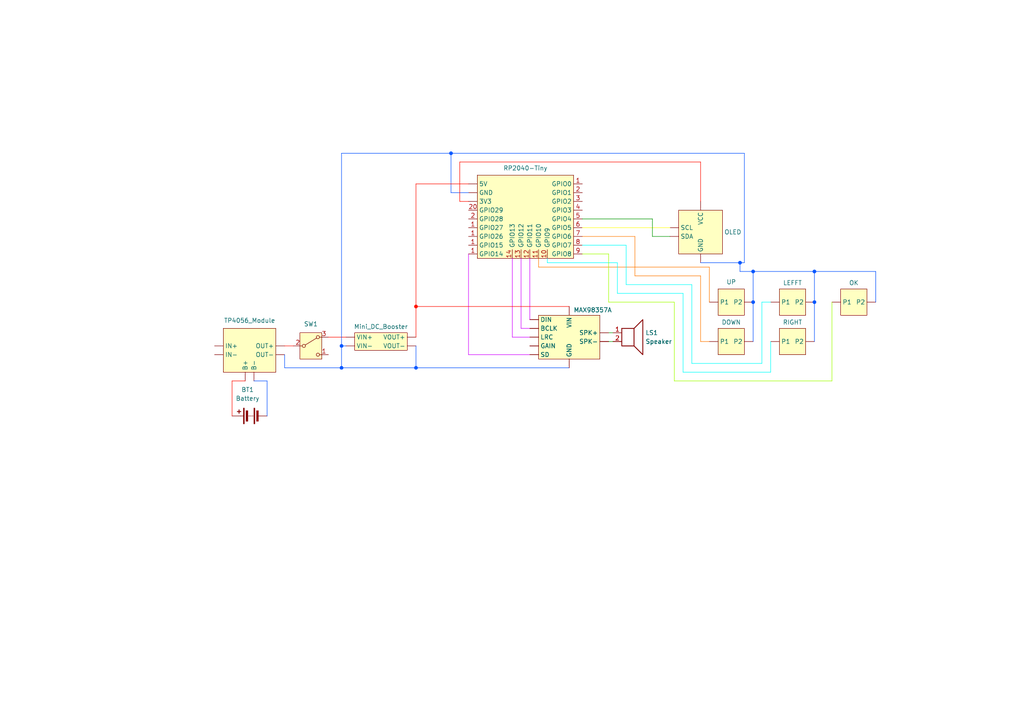
<source format=kicad_sch>
(kicad_sch (version 20250114) (generator "eeschema") (generator_version "9.0")
  (paper "A4")
  (lib_symbols
    (symbol "Button_1"
      (property "Reference" "B" (at 0 4.826 0))
      (symbol "Button_1_1_1"
        (rectangle (start -3.81 3.81) (end 3.81 -3.81) (fill (type background)))
        (pin bidirectional line (at -6.35 0 0) (length 2.54) (name "P1") (number ""))
        (pin bidirectional line (at 6.35 0 180) (length 2.54) (name "P2") (number ""))
      )
    )
    (symbol "Button_2"
      (property "Reference" "B" (at 0 4.826 0))
      (symbol "Button_2_1_1"
        (rectangle (start -3.81 3.81) (end 3.81 -3.81) (fill (type background)))
        (pin bidirectional line (at -6.35 0 0) (length 2.54) (name "P1") (number ""))
        (pin bidirectional line (at 6.35 0 180) (length 2.54) (name "P2") (number ""))
      )
    )
    (symbol "Button_3"
      (property "Reference" "B" (at 0 4.826 0))
      (symbol "Button_3_1_1"
        (rectangle (start -3.81 3.81) (end 3.81 -3.81) (fill (type background)))
        (pin bidirectional line (at -6.35 0 0) (length 2.54) (name "P1") (number ""))
        (pin bidirectional line (at 6.35 0 180) (length 2.54) (name "P2") (number ""))
      )
    )
    (symbol "Button_4"
      (property "Reference" "B" (at 0 4.826 0))
      (symbol "Button_4_1_1"
        (rectangle (start -3.81 3.81) (end 3.81 -3.81) (fill (type background)))
        (pin bidirectional line (at -6.35 0 0) (length 2.54) (name "P1") (number ""))
        (pin bidirectional line (at 6.35 0 180) (length 2.54) (name "P2") (number ""))
      )
    )
    (symbol "Device:Battery" (pin_numbers (hide yes)) (pin_names (offset 0) (hide yes))
      (property "Reference" "BT" (at 2.54 2.54 0))
      (property "Value" "Battery" (at 2.54 0 0))
      (symbol "Battery_0_1"
        (rectangle (start -2.286 1.778) (end 2.286 1.524) (fill (type outline)))
        (rectangle (start -2.286 -1.27) (end 2.286 -1.524) (fill (type outline)))
        (rectangle (start -1.524 1.016) (end 1.524 0.508) (fill (type outline)))
        (rectangle (start -1.524 -2.032) (end 1.524 -2.54) (fill (type outline)))
        (polyline (pts (xy 0 1.778) (xy 0 2.54)))
        (polyline (pts (xy 0 0) (xy 0 0.254)))
        (polyline (pts (xy 0 -0.508) (xy 0 -0.254)))
        (polyline (pts (xy 0 -1.016) (xy 0 -0.762)))
        (polyline (pts (xy 0.762 3.048) (xy 1.778 3.048)) (stroke (width 0.254)))
        (polyline (pts (xy 1.27 3.556) (xy 1.27 2.54)) (stroke (width 0.254)))
      )
      (symbol "Battery_1_1"
        (pin passive line (at 0 5.08 270) (length 2.54) (name "+") (number "1"))
        (pin passive line (at 0 -5.08 90) (length 2.54) (name "-") (number "2"))
      )
    )
    (symbol "Device:Speaker" (pin_names (offset 0) (hide yes))
      (property "Reference" "LS" (at 1.27 5.715 0))
      (property "Value" "Speaker" (at 1.27 3.81 0))
      (symbol "Speaker_0_0"
        (rectangle (start -2.54 1.27) (end 1.016 -3.81) (stroke (width 0.254)))
        (polyline (pts (xy 1.016 1.27) (xy 3.556 3.81) (xy 3.556 -6.35) (xy 1.016 -3.81)) (stroke (width 0.254)))
      )
      (symbol "Speaker_1_1"
        (pin input line (at -5.08 0 0) (length 2.54) (name "1") (number "1"))
        (pin input line (at -5.08 -2.54 0) (length 2.54) (name "2") (number "2"))
      )
    )
    (symbol "RP2040-Tiny:RP2040-Tiny"
      (property "Reference" "RP2040-Tiny" (at 14.732 1.016 0))
      (symbol "RP2040-Tiny_1_1"
        (rectangle (start 0 0) (end 27.94 -24.13) (fill (type background)))
        (pin bidirectional line (at -2.54 -2.54 0) (length 2.54) (name "5V") (number ""))
        (pin bidirectional line (at -2.54 -5.08 0) (length 2.54) (name "GND") (number ""))
        (pin bidirectional line (at -2.54 -7.62 0) (length 2.54) (name "3V3") (number ""))
        (pin bidirectional line (at -2.54 -10.16 0) (length 2.54) (name "GPIO29") (number "20"))
        (pin bidirectional line (at -2.54 -12.7 0) (length 2.54) (name "GPIO28") (number "2"))
        (pin bidirectional line (at -2.54 -15.24 0) (length 2.54) (name "GPIO27") (number "1"))
        (pin bidirectional line (at -2.54 -17.78 0) (length 2.54) (name "GPIO26") (number "1"))
        (pin bidirectional line (at -2.54 -20.32 0) (length 2.54) (name "GPIO15") (number "1"))
        (pin bidirectional line (at -2.54 -22.86 0) (length 2.54) (name "GPIO14") (number "1"))
        (pin bidirectional line (at 10.16 -24.13 90) (length 2.54) (name "GPIO13") (number "14"))
        (pin bidirectional line (at 12.7 -24.13 90) (length 2.54) (name "GPIO12") (number "13"))
        (pin bidirectional line (at 15.24 -24.13 90) (length 2.54) (name "GPIO11") (number "12"))
        (pin bidirectional line (at 17.78 -24.13 90) (length 2.54) (name "GPIO10") (number "11"))
        (pin bidirectional line (at 20.32 -24.13 90) (length 2.54) (name "GPIO9") (number "10"))
        (pin bidirectional line (at 30.48 -2.54 180) (length 2.54) (name "GPIO0") (number "1"))
        (pin bidirectional line (at 30.48 -5.08 180) (length 2.54) (name "GPIO1") (number "2"))
        (pin bidirectional line (at 30.48 -7.62 180) (length 2.54) (name "GPIO2") (number "3"))
        (pin bidirectional line (at 30.48 -10.16 180) (length 2.54) (name "GPIO3") (number "4"))
        (pin bidirectional line (at 30.48 -12.7 180) (length 2.54) (name "GPIO4") (number "5"))
        (pin bidirectional line (at 30.48 -15.24 180) (length 2.54) (name "GPIO5") (number "6"))
        (pin bidirectional line (at 30.48 -17.78 180) (length 2.54) (name "GPIO6") (number "7"))
        (pin bidirectional line (at 30.48 -20.32 180) (length 2.54) (name "GPIO7") (number "8"))
        (pin bidirectional line (at 30.48 -22.86 180) (length 2.54) (name "GPIO8") (number "9"))
      )
    )
    (symbol "Small_car_library:Button"
      (property "Reference" "B" (at 0 4.826 0))
      (symbol "Button_1_1"
        (rectangle (start -3.81 3.81) (end 3.81 -3.81) (fill (type background)))
        (pin bidirectional line (at -6.35 0 0) (length 2.54) (name "P1") (number ""))
        (pin bidirectional line (at 6.35 0 180) (length 2.54) (name "P2") (number ""))
      )
    )
    (symbol "Small_car_library:MAX98357A"
      (property "Reference" "MAX98357A" (at 6.35 7.62 0))
      (symbol "MAX98357A_1_1"
        (rectangle (start -8.89 6.35) (end 8.89 -6.35) (fill (type background)))
        (pin input line (at -11.43 5.08 0) (length 2.54) (name "DIN") (number ""))
        (pin input line (at -11.43 2.54 0) (length 2.54) (name "BCLK") (number ""))
        (pin input line (at -11.43 0 0) (length 2.54) (name "LRC") (number ""))
        (pin input line (at -11.43 -2.54 0) (length 2.54) (name "GAIN") (number ""))
        (pin input line (at -11.43 -5.08 0) (length 2.54) (name "SD") (number ""))
        (pin input line (at 0 8.89 270) (length 2.54) (name "VIN") (number ""))
        (pin input line (at 0 -8.89 90) (length 2.54) (name "GND") (number ""))
        (pin output line (at 11.43 1.27 180) (length 2.54) (name "SPK+") (number ""))
        (pin output line (at 11.43 -1.27 180) (length 2.54) (name "SPK-") (number ""))
      )
    )
    (symbol "Small_car_library:Mini_DC_Booster"
      (property "Reference" "Mini_DC_Booster" (at 0 -3.81 0))
      (symbol "Mini_DC_Booster_1_1"
        (rectangle (start -7.62 2.54) (end 7.62 -2.54) (fill (type background)))
        (pin input line (at -10.16 1.27 0) (length 2.54) (name "VIN+") (number ""))
        (pin input line (at -10.16 -1.27 0) (length 2.54) (name "VIN-") (number ""))
        (pin output line (at 10.16 1.27 180) (length 2.54) (name "VOUT+") (number ""))
        (pin output line (at 10.16 -1.27 180) (length 2.54) (name "VOUT-") (number ""))
      )
    )
    (symbol "Small_car_library:OLED_I2C"
      (property "Reference" "OLED" (at 8.89 0 0))
      (symbol "OLED_I2C_1_1"
        (rectangle (start -6.35 6.35) (end 6.35 -6.35) (fill (type background)))
        (pin input line (at -8.89 1.27 0) (length 2.54) (name "SCL") (number ""))
        (pin bidirectional line (at -8.89 -1.27 0) (length 2.54) (name "SDA") (number ""))
        (pin input line (at 0 8.89 270) (length 2.54) (name "VCC") (number ""))
        (pin input line (at 0 -8.89 90) (length 2.54) (name "GND") (number ""))
      )
    )
    (symbol "Small_car_library:TP4056_Module"
      (property "Reference" "TP4056_Module" (at -0.508 7.366 0))
      (symbol "TP4056_Module_1_1"
        (rectangle (start -7.62 6.35) (end 7.62 -6.35) (fill (type background)))
        (pin input line (at -10.16 1.27 0) (length 2.54) (name "IN+") (number ""))
        (pin input line (at -10.16 -1.27 0) (length 2.54) (name "IN-") (number ""))
        (pin input line (at -1.27 -8.89 90) (length 2.54) (name "B+") (number ""))
        (pin input line (at 1.27 -8.89 90) (length 2.54) (name "B-") (number ""))
        (pin input line (at 10.16 1.27 180) (length 2.54) (name "OUT+") (number ""))
        (pin input line (at 10.16 -1.27 180) (length 2.54) (name "OUT-") (number ""))
      )
    )
    (symbol "Switch:SW_Nidec_CAS-120A1" (pin_names (offset 1) (hide yes))
      (property "Reference" "SW" (at 0 4.318 0))
      (property "Value" "SW_Nidec_CAS-120A1" (at 0 -5.08 0))
      (symbol "SW_Nidec_CAS-120A1_0_1"
        (circle (center -2.032 0) (radius 0.4572))
        (polyline (pts (xy -1.651 0.254) (xy 1.651 2.286)))
        (circle (center 2.032 2.54) (radius 0.4572))
        (circle (center 2.032 -2.54) (radius 0.4572))
      )
      (symbol "SW_Nidec_CAS-120A1_1_1"
        (rectangle (start -3.175 3.81) (end 3.175 -3.81) (fill (type background)))
        (pin passive line (at -5.08 0 0) (length 2.54) (name "B") (number "2"))
        (pin passive line (at 5.08 2.54 180) (length 2.54) (name "A") (number "3"))
        (pin passive line (at 5.08 -2.54 180) (length 2.54) (name "C") (number "1"))
      )
    )
  )
  (junction (at 130.81 44.45) (color 3 80 255 1))
  (junction (at 236.22 87.63) (color 3 80 255 1))
  (junction (at 99.06 106.68) (color 3 80 255 1))
  (junction (at 236.22 78.74) (color 3 80 255 1))
  (junction (at 218.44 78.74) (color 3 80 255 1))
  (junction (at 99.06 100.33) (color 3 80 255 1))
  (junction (at 218.44 87.63) (color 3 80 255 1))
  (junction (at 120.65 106.68) (color 3 80 255 1))
  (junction (at 214.63 76.2) (color 3 80 255 1))
  (junction (at 120.65 88.9) (color 255 13 0 1))
  (wire (pts (xy 254 87.63) (xy 254 78.74)) (stroke (width 0) (color 3 80 255 1)))
  (wire (pts (xy 189.23 68.58) (xy 194.31 68.58)))
  (wire (pts (xy 133.35 58.42) (xy 133.35 46.99)) (stroke (width 0) (color 255 13 0 1)))
  (wire (pts (xy 135.89 102.87) (xy 135.89 73.66)) (stroke (width 0) (color 208 3 255 1)))
  (wire (pts (xy 236.22 78.74) (xy 254 78.74)) (stroke (width 0) (color 3 80 255 1)))
  (wire (pts (xy 120.65 106.68) (xy 120.65 100.33)) (stroke (width 0) (color 3 80 255 1)))
  (wire (pts (xy 195.58 110.49) (xy 195.58 87.63)) (stroke (width 0) (color 160 255 0 1)))
  (wire (pts (xy 99.06 100.33) (xy 100.33 100.33)) (stroke (width 0) (color 3 80 255 1)))
  (wire (pts (xy 151.13 74.93) (xy 151.13 95.25)) (stroke (width 0) (color 208 3 255 1)))
  (wire (pts (xy 223.52 99.06) (xy 223.52 107.95)) (stroke (width 0) (color 0 255 251 1)))
  (wire (pts (xy 153.67 97.79) (xy 148.59 97.79)) (stroke (width 0) (color 208 3 255 1)))
  (wire (pts (xy 203.2 46.99) (xy 203.2 58.42)) (stroke (width 0) (color 255 13 0 1)))
  (wire (pts (xy 205.74 87.63) (xy 205.74 77.47)) (stroke (width 0) (color 255 120 0 1)))
  (wire (pts (xy 176.53 99.06) (xy 177.8 99.06)))
  (wire (pts (xy 223.52 107.95) (xy 198.12 107.95)) (stroke (width 0) (color 0 255 251 1)))
  (wire (pts (xy 220.98 105.41) (xy 200.66 105.41)) (stroke (width 0) (color 0 255 251 1)))
  (wire (pts (xy 203.2 99.06) (xy 203.2 80.01)) (stroke (width 0) (color 255 120 0 1)))
  (wire (pts (xy 189.23 63.5) (xy 189.23 68.58)))
  (wire (pts (xy 168.91 71.12) (xy 181.61 71.12)) (stroke (width 0) (color 0 255 251 1)))
  (wire (pts (xy 67.31 120.65) (xy 67.31 110.49)) (stroke (width 0) (color 255 13 0 1)))
  (wire (pts (xy 215.9 76.2) (xy 214.63 76.2)) (stroke (width 0) (color 3 80 255 1)))
  (wire (pts (xy 130.81 44.45) (xy 130.81 55.88)) (stroke (width 0) (color 3 80 255 1)))
  (wire (pts (xy 241.3 87.63) (xy 241.3 110.49)) (stroke (width 0) (color 160 255 0 1)))
  (wire (pts (xy 218.44 87.63) (xy 218.44 99.06)) (stroke (width 0) (color 3 80 255 1)))
  (wire (pts (xy 130.81 44.45) (xy 215.9 44.45)) (stroke (width 0) (color 3 80 255 1)))
  (wire (pts (xy 82.55 102.87) (xy 82.55 106.68)) (stroke (width 0) (color 3 80 255 1)))
  (wire (pts (xy 135.89 58.42) (xy 133.35 58.42)) (stroke (width 0) (color 255 13 0 1)))
  (wire (pts (xy 99.06 44.45) (xy 99.06 100.33)) (stroke (width 0) (color 3 80 255 1)))
  (wire (pts (xy 218.44 78.74) (xy 218.44 87.63)) (stroke (width 0) (color 3 80 255 1)))
  (wire (pts (xy 153.67 102.87) (xy 135.89 102.87)) (stroke (width 0) (color 208 3 255 1)))
  (wire (pts (xy 77.47 110.49) (xy 73.66 110.49)) (stroke (width 0) (color 3 80 255 1)))
  (wire (pts (xy 120.65 88.9) (xy 165.1 88.9)) (stroke (width 0) (color 255 13 0 1)))
  (wire (pts (xy 181.61 71.12) (xy 181.61 82.55)) (stroke (width 0) (color 0 255 251 1)))
  (wire (pts (xy 77.47 120.65) (xy 77.47 110.49)) (stroke (width 0) (color 3 80 255 1)))
  (wire (pts (xy 200.66 105.41) (xy 200.66 82.55)) (stroke (width 0) (color 0 255 251 1)))
  (wire (pts (xy 205.74 99.06) (xy 203.2 99.06)) (stroke (width 0) (color 255 120 0 1)))
  (wire (pts (xy 176.53 73.66) (xy 176.53 87.63)) (stroke (width 0) (color 160 255 0 1)))
  (wire (pts (xy 148.59 74.93) (xy 148.59 97.79)) (stroke (width 0) (color 208 3 255 1)))
  (wire (pts (xy 179.07 76.2) (xy 158.75 76.2)) (stroke (width 0) (color 0 255 251 1)))
  (wire (pts (xy 99.06 106.68) (xy 99.06 100.33)) (stroke (width 0) (color 3 80 255 1)))
  (wire (pts (xy 153.67 95.25) (xy 151.13 95.25)) (stroke (width 0) (color 208 3 255 1)))
  (wire (pts (xy 179.07 85.09) (xy 179.07 76.2)) (stroke (width 0) (color 0 255 251 1)))
  (wire (pts (xy 223.52 87.63) (xy 220.98 87.63)) (stroke (width 0) (color 0 255 251 1)))
  (wire (pts (xy 214.63 78.74) (xy 218.44 78.74)) (stroke (width 0) (color 3 80 255 1)))
  (wire (pts (xy 130.81 55.88) (xy 135.89 55.88)) (stroke (width 0) (color 3 80 255 1)))
  (wire (pts (xy 95.25 97.79) (xy 100.33 97.79)) (stroke (width 0) (color 255 13 0 1)))
  (wire (pts (xy 236.22 99.06) (xy 236.22 87.63)) (stroke (width 0) (color 3 80 255 1)))
  (wire (pts (xy 133.35 46.99) (xy 203.2 46.99)) (stroke (width 0) (color 255 13 0 1)))
  (wire (pts (xy 153.67 74.93) (xy 153.67 92.71)) (stroke (width 0) (color 208 3 255 1)))
  (wire (pts (xy 184.15 68.58) (xy 168.91 68.58)) (stroke (width 0) (color 255 120 0 1)))
  (wire (pts (xy 120.65 88.9) (xy 120.65 97.79)) (stroke (width 0) (color 255 13 0 1)))
  (wire (pts (xy 176.53 73.66) (xy 168.91 73.66)) (stroke (width 0) (color 160 255 0 1)))
  (wire (pts (xy 215.9 44.45) (xy 215.9 76.2)) (stroke (width 0) (color 3 80 255 1)))
  (wire (pts (xy 158.75 76.2) (xy 158.75 74.93)) (stroke (width 0) (color 0 255 251 1)))
  (wire (pts (xy 194.31 66.04) (xy 168.91 66.04)) (stroke (width 0) (color 255 255 35 1)))
  (wire (pts (xy 120.65 106.68) (xy 165.1 106.68)) (stroke (width 0) (color 3 80 255 1)))
  (wire (pts (xy 236.22 87.63) (xy 236.22 78.74)) (stroke (width 0) (color 3 80 255 1)))
  (wire (pts (xy 214.63 76.2) (xy 214.63 78.74)) (stroke (width 0) (color 3 80 255 1)))
  (wire (pts (xy 120.65 53.34) (xy 135.89 53.34)) (stroke (width 0) (color 255 13 0 1)))
  (wire (pts (xy 179.07 85.09) (xy 198.12 85.09)) (stroke (width 0) (color 0 255 251 1)))
  (wire (pts (xy 82.55 106.68) (xy 99.06 106.68)) (stroke (width 0) (color 3 80 255 1)))
  (wire (pts (xy 198.12 107.95) (xy 198.12 85.09)) (stroke (width 0) (color 0 255 251 1)))
  (wire (pts (xy 200.66 82.55) (xy 181.61 82.55)) (stroke (width 0) (color 0 255 251 1)))
  (wire (pts (xy 130.81 44.45) (xy 99.06 44.45)) (stroke (width 0) (color 3 80 255 1)))
  (wire (pts (xy 99.06 106.68) (xy 120.65 106.68)) (stroke (width 0) (color 3 80 255 1)))
  (wire (pts (xy 168.91 63.5) (xy 189.23 63.5)))
  (wire (pts (xy 203.2 80.01) (xy 184.15 80.01)) (stroke (width 0) (color 255 120 0 1)))
  (wire (pts (xy 214.63 76.2) (xy 203.2 76.2)) (stroke (width 0) (color 3 80 255 1)))
  (wire (pts (xy 120.65 53.34) (xy 120.65 88.9)) (stroke (width 0) (color 255 13 0 1)))
  (wire (pts (xy 156.21 77.47) (xy 205.74 77.47)) (stroke (width 0) (color 255 120 0 1)))
  (wire (pts (xy 218.44 78.74) (xy 236.22 78.74)) (stroke (width 0) (color 3 80 255 1)))
  (wire (pts (xy 67.31 110.49) (xy 71.12 110.49)) (stroke (width 0) (color 255 13 0 1)))
  (wire (pts (xy 195.58 87.63) (xy 176.53 87.63)) (stroke (width 0) (color 160 255 0 1)))
  (wire (pts (xy 82.55 100.33) (xy 85.09 100.33)) (stroke (width 0) (color 255 13 0 1)))
  (wire (pts (xy 241.3 110.49) (xy 195.58 110.49)) (stroke (width 0) (color 160 255 0 1)))
  (wire (pts (xy 220.98 87.63) (xy 220.98 105.41)) (stroke (width 0) (color 0 255 251 1)))
  (wire (pts (xy 156.21 77.47) (xy 156.21 74.93)) (stroke (width 0) (color 255 120 0 1)))
  (wire (pts (xy 184.15 68.58) (xy 184.15 80.01)) (stroke (width 0) (color 255 120 0 1)))
  (wire (pts (xy 176.53 96.52) (xy 177.8 96.52)))
  (symbol (lib_id "Small_car_library:Mini_DC_Booster") (at 110.49 99.06 0) (unit 1)
    (property "Reference" "Mini_DC_Booster" (at 110.49 94.742 0))
  )
  (symbol (lib_name "Button_3") (lib_id "Small_car_library:Button") (at 229.87 99.06 0) (unit 1)
    (property "Reference" "RIGHT" (at 229.87 93.472 0))
  )
  (symbol (lib_id "RP2040-Tiny:RP2040-Tiny") (at 138.43 50.8 0) (unit 1)
    (property "Reference" "RP2040-Tiny" (at 152.4 48.768 0))
  )
  (symbol (lib_id "Small_car_library:TP4056_Module") (at 72.39 101.6 0) (unit 1)
    (property "Reference" "TP4056_Module" (at 72.39 92.964 0))
  )
  (symbol (lib_name "Button_2") (lib_id "Small_car_library:Button") (at 229.87 87.63 0) (unit 1)
    (property "Reference" "LEFFT" (at 229.87 82.042 0))
  )
  (symbol (lib_id "Small_car_library:MAX98357A") (at 165.1 97.79 0) (unit 1)
    (property "Reference" "MAX98357A" (at 166.37 89.916 0) (effects (justify left)))
  )
  (symbol (lib_id "Small_car_library:Button") (at 212.09 87.63 0) (unit 1)
    (property "Reference" "UP" (at 212.09 81.788 0))
  )
  (symbol (lib_name "Button_1") (lib_id "Small_car_library:Button") (at 212.09 99.06 0) (unit 1)
    (property "Reference" "DOWN" (at 212.09 93.472 0))
  )
  (symbol (lib_id "Device:Speaker") (at 182.88 96.52 0) (unit 1)
    (property "Reference" "LS1" (at 187.198 96.52 0) (effects (justify left)))
    (property "Value" "Speaker" (at 187.198 99.06 0) (effects (justify left)))
    (property "Description" "Speaker" (effects (hide yes)))
  )
  (symbol (lib_id "Device:Battery") (at 72.39 120.65 90) (unit 1)
    (property "Reference" "BT1" (at 71.8185 113.03 90))
    (property "Value" "Battery" (at 71.8185 115.57 90))
    (property "Description" "Multiple-cell battery" (effects (hide yes)))
  )
  (symbol (lib_id "Switch:SW_Nidec_CAS-120A1") (at 90.17 100.33 0) (unit 1)
    (property "Reference" "SW1" (at 90.17 93.98 0))
    (property "Value" "SW_Nidec_CAS-120A1" (effects (hide yes)))
    (property "Footprint" "Button_Switch_SMD:Nidec_Copal_CAS-120A" (effects (hide yes)))
    (property "Datasheet" "https://www.nidec-components.com/e/catalog/switch/cas.pdf" (effects (hide yes)))
    (property "Description" "Switch, single pole double throw" (effects (hide yes)))
  )
  (symbol (lib_id "Small_car_library:OLED_I2C") (at 203.2 67.31 0) (unit 1)
    (property "Reference" "OLED" (at 210.058 67.31 0) (effects (justify left)))
  )
  (symbol (lib_name "Button_4") (lib_id "Small_car_library:Button") (at 247.65 87.63 0) (unit 1)
    (property "Reference" "OK" (at 247.65 82.042 0))
  )
)
</source>
